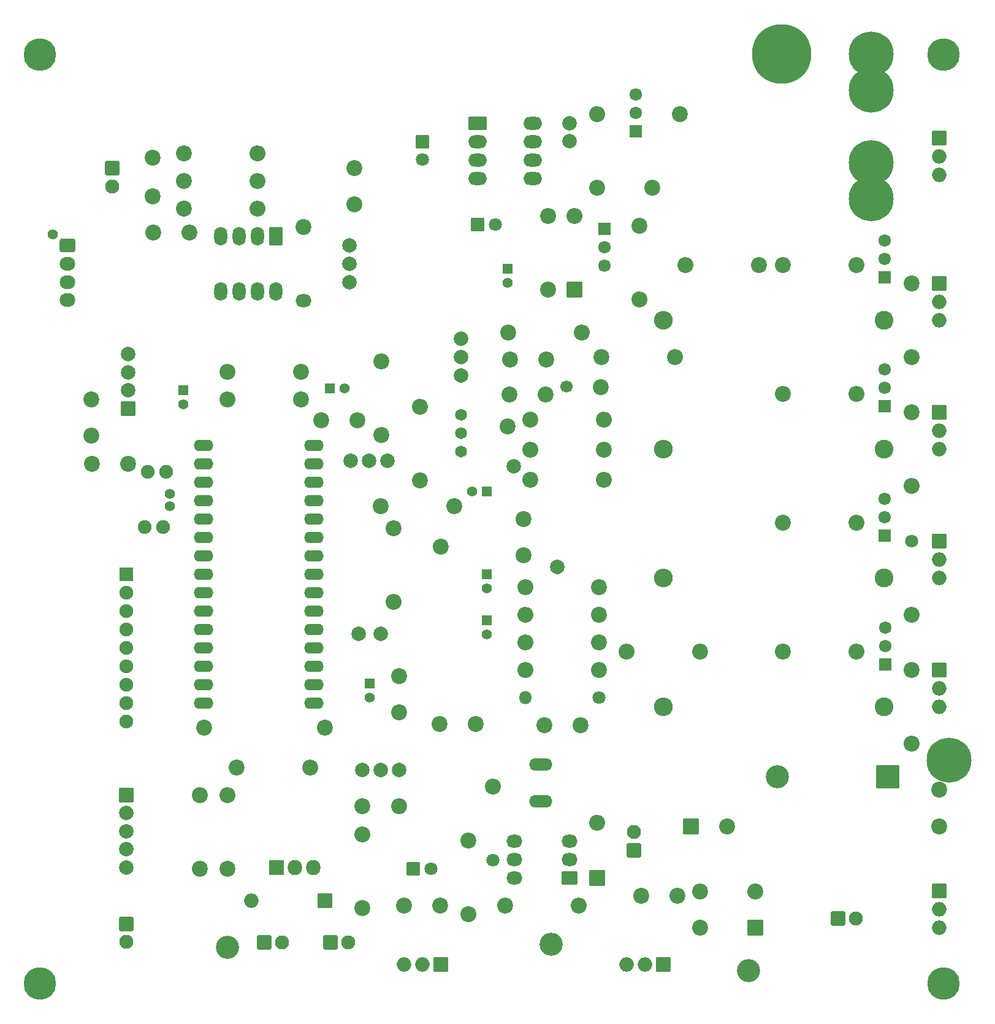
<source format=gbr>
%TF.GenerationSoftware,KiCad,Pcbnew,7.0.9-7.0.9~ubuntu23.04.1*%
%TF.CreationDate,2024-01-04T09:07:39+01:00*%
%TF.ProjectId,Electronic_DC_Load,456c6563-7472-46f6-9e69-635f44435f4c,rev?*%
%TF.SameCoordinates,Original*%
%TF.FileFunction,Soldermask,Bot*%
%TF.FilePolarity,Negative*%
%FSLAX46Y46*%
G04 Gerber Fmt 4.6, Leading zero omitted, Abs format (unit mm)*
G04 Created by KiCad (PCBNEW 7.0.9-7.0.9~ubuntu23.04.1) date 2024-01-04 09:07:39*
%MOMM*%
%LPD*%
G01*
G04 APERTURE LIST*
G04 Aperture macros list*
%AMRoundRect*
0 Rectangle with rounded corners*
0 $1 Rounding radius*
0 $2 $3 $4 $5 $6 $7 $8 $9 X,Y pos of 4 corners*
0 Add a 4 corners polygon primitive as box body*
4,1,4,$2,$3,$4,$5,$6,$7,$8,$9,$2,$3,0*
0 Add four circle primitives for the rounded corners*
1,1,$1+$1,$2,$3*
1,1,$1+$1,$4,$5*
1,1,$1+$1,$6,$7*
1,1,$1+$1,$8,$9*
0 Add four rect primitives between the rounded corners*
20,1,$1+$1,$2,$3,$4,$5,0*
20,1,$1+$1,$4,$5,$6,$7,0*
20,1,$1+$1,$6,$7,$8,$9,0*
20,1,$1+$1,$8,$9,$2,$3,0*%
G04 Aperture macros list end*
%ADD10C,4.500000*%
%ADD11C,1.400000*%
%ADD12RoundRect,0.350000X-0.725000X0.600000X-0.725000X-0.600000X0.725000X-0.600000X0.725000X0.600000X0*%
%ADD13O,2.150000X1.900000*%
%ADD14RoundRect,0.100000X1.000000X-1.000000X1.000000X1.000000X-1.000000X1.000000X-1.000000X-1.000000X0*%
%ADD15C,2.200000*%
%ADD16C,2.000000*%
%ADD17RoundRect,0.100000X-0.800000X0.800000X-0.800000X-0.800000X0.800000X-0.800000X0.800000X0.800000X0*%
%ADD18C,1.800000*%
%ADD19RoundRect,0.100000X-1.000000X-1.000000X1.000000X-1.000000X1.000000X1.000000X-1.000000X1.000000X0*%
%ADD20RoundRect,0.100000X-0.800000X-0.800000X0.800000X-0.800000X0.800000X0.800000X-0.800000X0.800000X0*%
%ADD21RoundRect,0.100000X-0.600000X-0.600000X0.600000X-0.600000X0.600000X0.600000X-0.600000X0.600000X0*%
%ADD22RoundRect,0.100000X-0.600000X0.600000X-0.600000X-0.600000X0.600000X-0.600000X0.600000X0.600000X0*%
%ADD23RoundRect,0.100000X0.600000X0.600000X-0.600000X0.600000X-0.600000X-0.600000X0.600000X-0.600000X0*%
%ADD24C,1.900000*%
%ADD25O,2.200000X2.200000*%
%ADD26RoundRect,0.100000X1.500000X1.500000X-1.500000X1.500000X-1.500000X-1.500000X1.500000X-1.500000X0*%
%ADD27O,3.200000X3.200000*%
%ADD28RoundRect,0.100000X-0.900000X0.900000X-0.900000X-0.900000X0.900000X-0.900000X0.900000X0.900000X0*%
%ADD29O,2.000000X2.000000*%
%ADD30C,6.200000*%
%ADD31O,3.210000X1.710000*%
%ADD32RoundRect,0.100000X-0.875000X-0.875000X0.875000X-0.875000X0.875000X0.875000X-0.875000X0.875000X0*%
%ADD33C,1.950000*%
%ADD34C,3.200000*%
%ADD35RoundRect,0.100000X0.875000X-0.875000X0.875000X0.875000X-0.875000X0.875000X-0.875000X-0.875000X0*%
%ADD36RoundRect,0.100000X0.900000X-0.900000X0.900000X0.900000X-0.900000X0.900000X-0.900000X-0.900000X0*%
%ADD37C,8.200000*%
%ADD38RoundRect,0.100000X-0.950000X-0.950000X0.950000X-0.950000X0.950000X0.950000X-0.950000X0.950000X0*%
%ADD39O,2.000000X2.100000*%
%ADD40O,2.200000X1.800000*%
%ADD41C,2.600000*%
%ADD42O,2.600000X2.600000*%
%ADD43RoundRect,0.100000X-0.875000X0.875000X-0.875000X-0.875000X0.875000X-0.875000X0.875000X0.875000X0*%
%ADD44RoundRect,0.100000X1.000000X0.800000X-1.000000X0.800000X-1.000000X-0.800000X1.000000X-0.800000X0*%
%ADD45RoundRect,0.100000X-0.800000X1.200000X-0.800000X-1.200000X0.800000X-1.200000X0.800000X1.200000X0*%
%ADD46O,1.800000X2.600000*%
%ADD47RoundRect,0.100000X-1.200000X-0.800000X1.200000X-0.800000X1.200000X0.800000X-1.200000X0.800000X0*%
%ADD48O,2.600000X1.800000*%
%ADD49RoundRect,0.100000X0.900000X0.900000X-0.900000X0.900000X-0.900000X-0.900000X0.900000X-0.900000X0*%
%ADD50O,2.700000X1.600000*%
%ADD51RoundRect,0.100000X-0.760000X-0.760000X0.760000X-0.760000X0.760000X0.760000X-0.760000X0.760000X0*%
%ADD52C,1.720000*%
%ADD53C,1.700000*%
%ADD54RoundRect,0.100000X0.760000X0.760000X-0.760000X0.760000X-0.760000X-0.760000X0.760000X-0.760000X0*%
%ADD55O,1.800000X1.800000*%
%ADD56C,1.640000*%
%ADD57RoundRect,0.100000X-0.850000X-0.850000X0.850000X-0.850000X0.850000X0.850000X-0.850000X0.850000X0*%
%ADD58O,1.900000X1.900000*%
G04 APERTURE END LIST*
D10*
%TO.C,H4*%
X42443400Y-36220400D03*
%TD*%
%TO.C,H3*%
X167182800Y-36220400D03*
%TD*%
%TO.C,H2*%
X42443400Y-164414200D03*
%TD*%
%TO.C,H1*%
X167182800Y-164414200D03*
%TD*%
D11*
%TO.C,J17*%
X44228000Y-61029400D03*
D12*
X46228000Y-62629400D03*
D13*
X46228000Y-65129400D03*
X46228000Y-67629400D03*
X46228000Y-70129400D03*
%TD*%
D14*
%TO.C,C1*%
X141224000Y-156718000D03*
D15*
X141224000Y-151718000D03*
%TD*%
%TO.C,C2*%
X133604000Y-156718000D03*
X133604000Y-151718000D03*
%TD*%
D16*
%TO.C,C3*%
X115570000Y-45720000D03*
X115570000Y-48220000D03*
%TD*%
D17*
%TO.C,C4*%
X95250000Y-48260000D03*
D18*
X95250000Y-50760000D03*
%TD*%
D15*
%TO.C,C5*%
X125490600Y-152349200D03*
X130490600Y-152349200D03*
%TD*%
D19*
%TO.C,C6*%
X132334000Y-142748000D03*
D15*
X137334000Y-142748000D03*
%TD*%
%TO.C,C7*%
X92710000Y-153670000D03*
X97710000Y-153670000D03*
%TD*%
D20*
%TO.C,C8*%
X93980000Y-148590000D03*
D18*
X96480000Y-148590000D03*
%TD*%
D15*
%TO.C,C9*%
X81280000Y-86741000D03*
X86280000Y-86741000D03*
%TD*%
D21*
%TO.C,C10*%
X82486500Y-82296000D03*
D11*
X84486500Y-82296000D03*
%TD*%
D15*
%TO.C,C11*%
X49530000Y-83820000D03*
X49530000Y-88820000D03*
%TD*%
%TO.C,C12*%
X92000000Y-122000000D03*
X92000000Y-127000000D03*
%TD*%
D22*
%TO.C,C13*%
X62230000Y-82550000D03*
D11*
X62230000Y-84550000D03*
%TD*%
D22*
%TO.C,C14*%
X88000000Y-123000000D03*
D11*
X88000000Y-125000000D03*
%TD*%
D15*
%TO.C,C15*%
X97599500Y-128587500D03*
X102599500Y-128587500D03*
%TD*%
%TO.C,C16*%
X112395000Y-78295500D03*
X107395000Y-78295500D03*
%TD*%
%TO.C,C17*%
X117094000Y-128778000D03*
X112094000Y-128778000D03*
%TD*%
%TO.C,C18*%
X109220000Y-100330000D03*
X109220000Y-105330000D03*
%TD*%
%TO.C,C19*%
X107315000Y-83185000D03*
X112315000Y-83185000D03*
%TD*%
D23*
%TO.C,C20*%
X104140000Y-96520000D03*
D11*
X102140000Y-96520000D03*
%TD*%
D15*
%TO.C,C21*%
X54610000Y-92710000D03*
X49610000Y-92710000D03*
%TD*%
D24*
%TO.C,C22*%
X59436000Y-101473000D03*
X56936000Y-101473000D03*
%TD*%
%TO.C,C23*%
X59847800Y-93827600D03*
X57347800Y-93827600D03*
%TD*%
D22*
%TO.C,C24*%
X104140000Y-114300000D03*
D11*
X104140000Y-116300000D03*
%TD*%
D22*
%TO.C,C25*%
X104140000Y-107950000D03*
D11*
X104140000Y-109950000D03*
%TD*%
D20*
%TO.C,C26*%
X102870000Y-59690000D03*
D18*
X105370000Y-59690000D03*
%TD*%
D15*
%TO.C,C27*%
X63053600Y-60833000D03*
X58053600Y-60833000D03*
%TD*%
%TO.C,C28*%
X92000000Y-140000000D03*
X87000000Y-140000000D03*
%TD*%
%TO.C,C29*%
X85852000Y-56896000D03*
X85852000Y-51896000D03*
%TD*%
D14*
%TO.C,D1*%
X116268500Y-68707000D03*
D25*
X116268500Y-58547000D03*
%TD*%
D26*
%TO.C,D3*%
X159512000Y-135890000D03*
D27*
X144272000Y-135890000D03*
%TD*%
D14*
%TO.C,D4*%
X119380000Y-149860000D03*
D25*
X119380000Y-142240000D03*
%TD*%
D28*
%TO.C,D5*%
X166624000Y-47752000D03*
D29*
X166624000Y-50292000D03*
X166624000Y-52832000D03*
%TD*%
D30*
%TO.C,F1*%
X157200000Y-36170000D03*
X157200000Y-41170000D03*
X157200000Y-51170000D03*
X157200000Y-56170000D03*
%TD*%
D31*
%TO.C,J1*%
X111633000Y-139319000D03*
X111633000Y-134239000D03*
%TD*%
D32*
%TO.C,J2*%
X152654000Y-155448000D03*
D33*
X155154000Y-155448000D03*
%TD*%
D34*
%TO.C,J3*%
X68340000Y-159480000D03*
%TD*%
%TO.C,J4*%
X140320000Y-162690000D03*
%TD*%
%TO.C,J5*%
X113000000Y-159000000D03*
%TD*%
D32*
%TO.C,J6*%
X82550000Y-158750000D03*
D33*
X85050000Y-158750000D03*
%TD*%
D15*
%TO.C,J7*%
X97790000Y-104140000D03*
%TD*%
D35*
%TO.C,J8*%
X124460000Y-146050000D03*
D33*
X124460000Y-143550000D03*
%TD*%
D15*
%TO.C,J9*%
X119888000Y-82169000D03*
%TD*%
%TO.C,J10*%
X106997500Y-87566500D03*
%TD*%
%TO.C,J11*%
X127000000Y-54610000D03*
%TD*%
%TO.C,J12*%
X130810000Y-44450000D03*
%TD*%
D32*
%TO.C,J13*%
X73406000Y-158750000D03*
D33*
X75906000Y-158750000D03*
%TD*%
D36*
%TO.C,LCD1*%
X54610000Y-85090000D03*
D16*
X54610000Y-82590000D03*
X54610000Y-80090000D03*
X54610000Y-77590000D03*
%TD*%
D37*
%TO.C,P5*%
X144880000Y-36170000D03*
%TD*%
D30*
%TO.C,P6*%
X167957500Y-133604000D03*
%TD*%
D15*
%TO.C,P7*%
X58039000Y-55816500D03*
%TD*%
%TO.C,P8*%
X57975500Y-50482500D03*
%TD*%
D38*
%TO.C,Q1*%
X75120500Y-148463000D03*
D39*
X77660500Y-148463000D03*
X80200500Y-148463000D03*
%TD*%
D28*
%TO.C,Q2*%
X166624000Y-67818000D03*
D29*
X166624000Y-70358000D03*
X166624000Y-72898000D03*
%TD*%
D28*
%TO.C,Q3*%
X166624000Y-85598000D03*
D29*
X166624000Y-88138000D03*
X166624000Y-90678000D03*
%TD*%
D28*
%TO.C,Q4*%
X166624000Y-103378000D03*
D29*
X166624000Y-105918000D03*
X166624000Y-108458000D03*
%TD*%
D28*
%TO.C,Q5*%
X166624000Y-121158000D03*
D29*
X166624000Y-123698000D03*
X166624000Y-126238000D03*
%TD*%
D15*
%TO.C,R1*%
X64516000Y-148590000D03*
D25*
X64516000Y-138430000D03*
%TD*%
D15*
%TO.C,R2*%
X68326000Y-148590000D03*
D25*
X68326000Y-138430000D03*
%TD*%
D15*
%TO.C,R3*%
X69596000Y-134620000D03*
D25*
X79756000Y-134620000D03*
%TD*%
D15*
%TO.C,R4*%
X94932500Y-94996000D03*
D25*
X94932500Y-84836000D03*
%TD*%
D15*
%TO.C,R5*%
X119634000Y-117348000D03*
D25*
X109474000Y-117348000D03*
%TD*%
D15*
%TO.C,R6*%
X110172500Y-94932500D03*
D25*
X120332500Y-94932500D03*
%TD*%
D15*
%TO.C,R7*%
X120000000Y-78000000D03*
D25*
X130160000Y-78000000D03*
%TD*%
D15*
%TO.C,R8*%
X110172500Y-86614000D03*
D25*
X120332500Y-86614000D03*
%TD*%
D15*
%TO.C,R9*%
X119634000Y-113538000D03*
D25*
X109474000Y-113538000D03*
%TD*%
D15*
%TO.C,R10*%
X162814000Y-67818000D03*
D25*
X162814000Y-77978000D03*
%TD*%
D15*
%TO.C,R11*%
X119634000Y-121158000D03*
D25*
X109474000Y-121158000D03*
%TD*%
D15*
%TO.C,R12*%
X162814000Y-85598000D03*
D25*
X162814000Y-95758000D03*
%TD*%
D15*
%TO.C,R13*%
X78867000Y-60071000D03*
D40*
X78867000Y-70231000D03*
%TD*%
D15*
%TO.C,R14*%
X120332500Y-90805000D03*
D25*
X110172500Y-90805000D03*
%TD*%
D15*
%TO.C,R15*%
X141757400Y-65278000D03*
D25*
X131597400Y-65278000D03*
%TD*%
D15*
%TO.C,R16*%
X119634000Y-109728000D03*
D25*
X109474000Y-109728000D03*
%TD*%
D15*
%TO.C,R17*%
X166624000Y-142748000D03*
X166624000Y-137668000D03*
%TD*%
%TO.C,R18*%
X91249500Y-101600000D03*
D25*
X91249500Y-111760000D03*
%TD*%
D15*
%TO.C,R19*%
X78486000Y-83820000D03*
D25*
X68326000Y-83820000D03*
%TD*%
D15*
%TO.C,R20*%
X78486000Y-80010000D03*
D25*
X68326000Y-80010000D03*
%TD*%
D15*
%TO.C,R21*%
X106680000Y-153670000D03*
D25*
X116840000Y-153670000D03*
%TD*%
D41*
%TO.C,R22*%
X159004000Y-72898000D03*
D42*
X128524000Y-72898000D03*
%TD*%
D41*
%TO.C,R23*%
X159004000Y-90678000D03*
D42*
X128524000Y-90678000D03*
%TD*%
D41*
%TO.C,R24*%
X159004000Y-108458000D03*
D42*
X128524000Y-108458000D03*
%TD*%
D41*
%TO.C,R25*%
X159004000Y-126238000D03*
D42*
X128524000Y-126238000D03*
%TD*%
D18*
%TO.C,R26*%
X162814000Y-103378000D03*
D25*
X162814000Y-113538000D03*
%TD*%
D15*
%TO.C,R27*%
X101570000Y-144740000D03*
D25*
X101570000Y-154900000D03*
%TD*%
D15*
%TO.C,R28*%
X87000000Y-154000000D03*
D25*
X87000000Y-143840000D03*
%TD*%
D18*
%TO.C,R29*%
X105029000Y-147383500D03*
D25*
X105029000Y-137223500D03*
%TD*%
D15*
%TO.C,R30*%
X119380000Y-54610000D03*
D25*
X119380000Y-44450000D03*
%TD*%
D15*
%TO.C,R31*%
X62357000Y-53721000D03*
D25*
X72517000Y-53721000D03*
%TD*%
D15*
%TO.C,R32*%
X162814000Y-121158000D03*
D25*
X162814000Y-131318000D03*
%TD*%
D15*
%TO.C,R33*%
X62357000Y-57531000D03*
D25*
X72517000Y-57531000D03*
%TD*%
D15*
%TO.C,R34*%
X62357000Y-49911000D03*
D25*
X72517000Y-49911000D03*
%TD*%
D15*
%TO.C,R35*%
X145034000Y-65278000D03*
D25*
X155194000Y-65278000D03*
%TD*%
D15*
%TO.C,R36*%
X145034000Y-83058000D03*
D25*
X155194000Y-83058000D03*
%TD*%
D15*
%TO.C,R37*%
X145034000Y-100838000D03*
D25*
X155194000Y-100838000D03*
%TD*%
D15*
%TO.C,R38*%
X145034000Y-118618000D03*
D25*
X155194000Y-118618000D03*
%TD*%
D15*
%TO.C,R39*%
X133604000Y-118618000D03*
D25*
X123444000Y-118618000D03*
%TD*%
D15*
%TO.C,R40*%
X107124500Y-74612500D03*
D25*
X117284500Y-74612500D03*
%TD*%
D15*
%TO.C,R41*%
X112649000Y-68707000D03*
D25*
X112649000Y-58547000D03*
%TD*%
D15*
%TO.C,R42*%
X125222000Y-59880500D03*
D25*
X125222000Y-70040500D03*
%TD*%
D16*
%TO.C,RV1*%
X87000000Y-135000000D03*
X89540000Y-135000000D03*
X92080000Y-135000000D03*
%TD*%
%TO.C,RV2*%
X85217000Y-67691000D03*
X85217000Y-65151000D03*
X85217000Y-62611000D03*
%TD*%
%TO.C,RV3*%
X100584000Y-75438000D03*
X100584000Y-77978000D03*
X100584000Y-80518000D03*
%TD*%
D28*
%TO.C,SW1*%
X54356000Y-138430000D03*
D16*
X54356000Y-140930000D03*
X54356000Y-143430000D03*
X54356000Y-145930000D03*
X54356000Y-148430000D03*
%TD*%
D43*
%TO.C,SW2*%
X54356000Y-156210000D03*
D33*
X54356000Y-158710000D03*
%TD*%
D28*
%TO.C,U4*%
X166624000Y-151638000D03*
D29*
X166624000Y-154178000D03*
X166624000Y-156718000D03*
%TD*%
D44*
%TO.C,U10*%
X115570000Y-149860000D03*
D40*
X115570000Y-147320000D03*
X115570000Y-144780000D03*
X107950000Y-144780000D03*
X107950000Y-147320000D03*
X107950000Y-149860000D03*
%TD*%
D45*
%TO.C,U13*%
X75057000Y-61341000D03*
D46*
X72517000Y-61341000D03*
X69977000Y-61341000D03*
X67437000Y-61341000D03*
X67437000Y-68961000D03*
X69977000Y-68961000D03*
X72517000Y-68961000D03*
X75057000Y-68961000D03*
%TD*%
D11*
%TO.C,Y1*%
X60388500Y-96837500D03*
X60388500Y-98537500D03*
%TD*%
D47*
%TO.C,U12*%
X102870000Y-45720000D03*
D48*
X102870000Y-48260000D03*
X102870000Y-50800000D03*
X102870000Y-53340000D03*
X110490000Y-53340000D03*
X110490000Y-50800000D03*
X110490000Y-48260000D03*
X110490000Y-45720000D03*
%TD*%
D49*
%TO.C,U1*%
X128524000Y-161798000D03*
D29*
X125984000Y-161798000D03*
X123444000Y-161798000D03*
%TD*%
D49*
%TO.C,U2*%
X97790000Y-161800000D03*
D29*
X95250000Y-161800000D03*
X92710000Y-161800000D03*
%TD*%
D50*
%TO.C,U3*%
X65024000Y-90170000D03*
X65024000Y-92710000D03*
X65024000Y-95250000D03*
X65024000Y-97790000D03*
X65024000Y-100330000D03*
X65024000Y-102870000D03*
X65024000Y-105410000D03*
X65024000Y-107950000D03*
X65024000Y-110490000D03*
X65024000Y-113030000D03*
X65024000Y-115570000D03*
X65024000Y-118110000D03*
X65024000Y-120650000D03*
X65024000Y-123190000D03*
X65024000Y-125730000D03*
X80264000Y-125730000D03*
X80264000Y-123190000D03*
X80264000Y-120650000D03*
X80264000Y-118110000D03*
X80264000Y-115570000D03*
X80264000Y-113030000D03*
X80264000Y-110490000D03*
X80264000Y-107950000D03*
X80264000Y-105410000D03*
X80264000Y-102870000D03*
X80264000Y-100330000D03*
X80264000Y-97790000D03*
X80264000Y-95250000D03*
X80264000Y-92710000D03*
X80264000Y-90170000D03*
%TD*%
D15*
%TO.C,J14*%
X81788000Y-129159000D03*
%TD*%
D51*
%TO.C,Q10*%
X120396000Y-60261500D03*
D52*
X120396000Y-62801500D03*
X120396000Y-65341500D03*
%TD*%
D49*
%TO.C,D2*%
X81788000Y-153035000D03*
D29*
X71628000Y-153035000D03*
%TD*%
D16*
%TO.C,TP1*%
X89535000Y-116205000D03*
%TD*%
%TO.C,TP2*%
X86487000Y-116205000D03*
%TD*%
D53*
%TO.C,TP3*%
X115125500Y-82042000D03*
%TD*%
D16*
%TO.C,TP4*%
X107886500Y-93027500D03*
%TD*%
%TO.C,TP5*%
X113919000Y-106934000D03*
%TD*%
D54*
%TO.C,Q6*%
X159131000Y-66992500D03*
D52*
X159131000Y-64452500D03*
X159131000Y-61912500D03*
%TD*%
D54*
%TO.C,Q7*%
X159131000Y-84772500D03*
D52*
X159131000Y-82232500D03*
X159131000Y-79692500D03*
%TD*%
D54*
%TO.C,Q8*%
X159131000Y-102616000D03*
D52*
X159131000Y-100076000D03*
X159131000Y-97536000D03*
%TD*%
D54*
%TO.C,Q9*%
X159194500Y-120396000D03*
D52*
X159194500Y-117856000D03*
X159194500Y-115316000D03*
%TD*%
D54*
%TO.C,U14*%
X124714000Y-46863000D03*
D52*
X124714000Y-44323000D03*
X124714000Y-41783000D03*
%TD*%
D18*
%TO.C,R43*%
X119634000Y-124968000D03*
D55*
X109474000Y-124968000D03*
%TD*%
D43*
%TO.C,J15*%
X52387500Y-51943000D03*
D33*
X52387500Y-54443000D03*
%TD*%
D56*
%TO.C,RV4*%
X100584000Y-85979000D03*
X100584000Y-88519000D03*
X100584000Y-91059000D03*
%TD*%
D22*
%TO.C,C30*%
X107061000Y-65786000D03*
D11*
X107061000Y-67786000D03*
%TD*%
D15*
%TO.C,R44*%
X89471500Y-98552000D03*
X99631500Y-98552000D03*
%TD*%
%TO.C,R45*%
X89598500Y-88709500D03*
X89598500Y-78549500D03*
%TD*%
D16*
%TO.C,RV5*%
X90424000Y-92329000D03*
X87884000Y-92329000D03*
X85344000Y-92329000D03*
%TD*%
D15*
%TO.C,J16*%
X65087500Y-129095500D03*
%TD*%
D57*
%TO.C,KP1*%
X54356000Y-107950000D03*
D58*
X54356000Y-110490000D03*
X54356000Y-113030000D03*
X54356000Y-115570000D03*
X54356000Y-118110000D03*
X54356000Y-120650000D03*
X54356000Y-123190000D03*
X54356000Y-125730000D03*
X54356000Y-128270000D03*
%TD*%
M02*

</source>
